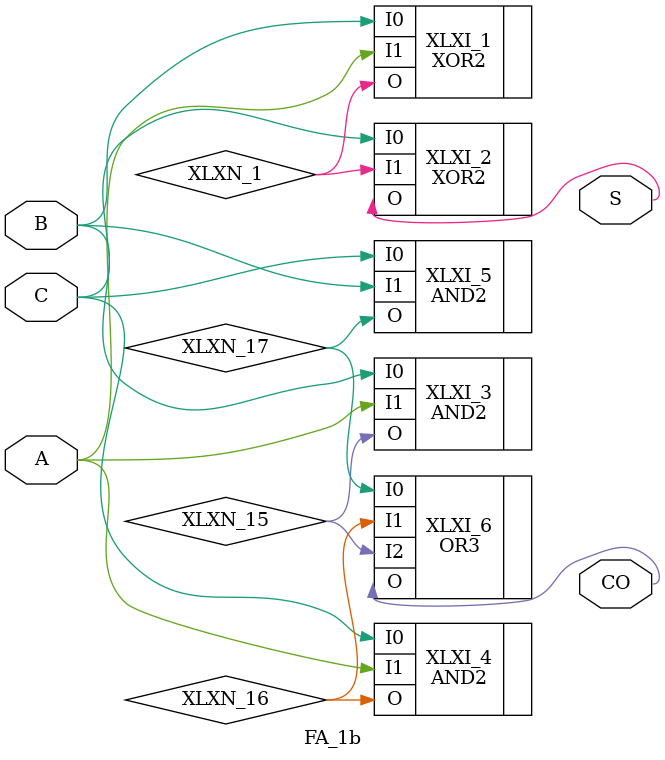
<source format=v>
`timescale 1ns / 1ps

module FA_1b(A, 
             B, 
             C, 
             CO, 
             S);

    input A;
    input B;
    input C;
   output CO;
   output S;
   
   wire XLXN_1;
   wire XLXN_15;
   wire XLXN_16;
   wire XLXN_17;
   
   XOR2 XLXI_1 (.I0(B), 
                .I1(A), 
                .O(XLXN_1));
   XOR2 XLXI_2 (.I0(C), 
                .I1(XLXN_1), 
                .O(S));
   AND2 XLXI_3 (.I0(B), 
                .I1(A), 
                .O(XLXN_15));
   AND2 XLXI_4 (.I0(C), 
                .I1(A), 
                .O(XLXN_16));
   AND2 XLXI_5 (.I0(C), 
                .I1(B), 
                .O(XLXN_17));
   OR3 XLXI_6 (.I0(XLXN_17), 
               .I1(XLXN_16), 
               .I2(XLXN_15), 
               .O(CO));
endmodule

</source>
